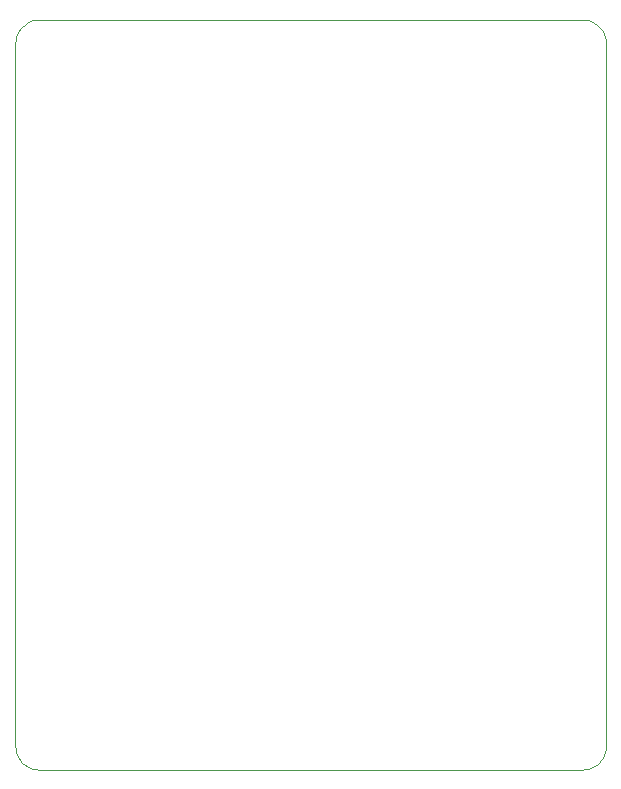
<source format=gm1>
G04*
G04 #@! TF.GenerationSoftware,Altium Limited,Altium Designer,21.9.2 (33)*
G04*
G04 Layer_Color=16711935*
%FSLAX25Y25*%
%MOIN*%
G70*
G04*
G04 #@! TF.SameCoordinates,35660DA9-C4E3-4063-8D90-980638CF2194*
G04*
G04*
G04 #@! TF.FilePolarity,Positive*
G04*
G01*
G75*
%ADD122C,0.00394*%
D122*
X34646Y27559D02*
X34713Y26531D01*
X34914Y25521D01*
X35245Y24546D01*
X35701Y23622D01*
X36273Y22766D01*
X36952Y21991D01*
X37726Y21312D01*
X38583Y20740D01*
X39507Y20284D01*
X40482Y19953D01*
X41492Y19752D01*
X42520Y19685D01*
X223622Y19685D02*
X224650Y19752D01*
X225660Y19953D01*
X226635Y20284D01*
X227559Y20740D01*
X228415Y21312D01*
X229190Y21991D01*
X229869Y22766D01*
X230441Y23622D01*
X230897Y24546D01*
X231228Y25521D01*
X231429Y26531D01*
X231496Y27559D01*
X231496Y261811D02*
X231429Y262839D01*
X231228Y263849D01*
X230897Y264824D01*
X230441Y265748D01*
X229869Y266604D01*
X229190Y267379D01*
X228415Y268058D01*
X227559Y268630D01*
X226635Y269086D01*
X225660Y269417D01*
X224650Y269618D01*
X223622Y269685D01*
X42520D02*
X41492Y269618D01*
X40482Y269417D01*
X39506Y269086D01*
X38583Y268630D01*
X37726Y268058D01*
X36952Y267379D01*
X36273Y266604D01*
X35701Y265748D01*
X35245Y264824D01*
X34914Y263849D01*
X34713Y262839D01*
X34646Y261811D01*
X42520Y19685D02*
X223622Y19685D01*
X231496Y27559D02*
X231496Y261811D01*
X42520Y269685D02*
X223622D01*
X34646Y261811D02*
X34646Y27559D01*
M02*

</source>
